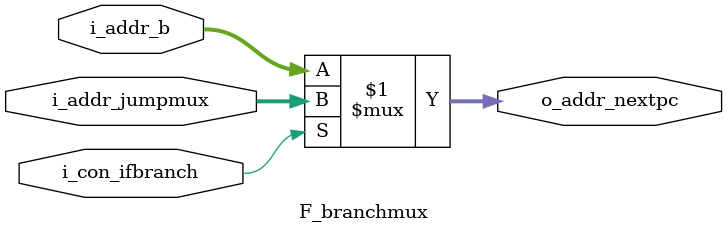
<source format=sv>
module F_branchmux(
	input logic [31:0] i_addr_jumpmux,
	input logic [31:0] i_addr_b,
	input logic i_con_ifbranch,

	output logic [31:0] o_addr_nextpc
	);

//0-branch, 1-not branch!!!!!!!!!!!!
assign o_addr_nextpc = i_con_ifbranch ? i_addr_jumpmux : i_addr_b;

endmodule
</source>
